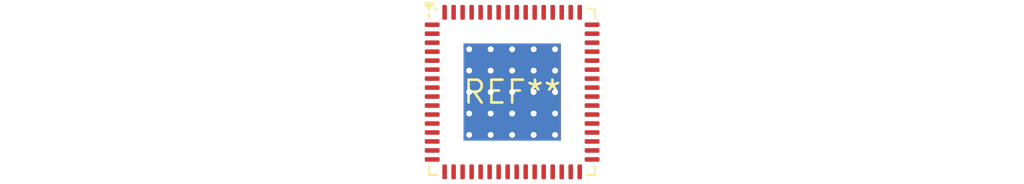
<source format=kicad_pcb>
(kicad_pcb (version 20240108) (generator pcbnew)
  (layers (0 "F.Cu" signal) (31 "B.Cu" signal) (34 "B.Paste" user) (35 "F.Paste" user) (36 "B.SilkS" user "B.Silkscreen") (37 "F.SilkS" user "F.Silkscreen") (38 "B.Mask" user) (39 "F.Mask" user) (44 "Edge.Cuts" user))
  (net 0 "")
  (footprint "VQFN-64-1EP_9x9mm_P0.5mm_EP5.4x5.4mm_ThermalVias" (layer "F.Cu") (at 0 0)
    (property "Reference" "REF**")
    (property "Value" "VQFN-64-1EP_9x9mm_P0.5mm_EP5.4x5.4mm_ThermalVias")
    (fp_line (start -4.61 -4.135) (end -4.61 -4.37) (layer "F.SilkS") (stroke (width 0.12)))
    (fp_line (start -4.61 4.61) (end -4.61 4.135) (layer "F.SilkS") (stroke (width 0.12)))
    (fp_line (start -4.135 -4.61) (end -4.31 -4.61) (layer "F.SilkS") (stroke (width 0.12)))
    (fp_line (start -4.135 4.61) (end -4.61 4.61) (layer "F.SilkS") (stroke (width 0.12)))
    (fp_line (start 4.135 -4.61) (end 4.61 -4.61) (layer "F.SilkS") (stroke (width 0.12)))
    (fp_line (start 4.135 4.61) (end 4.61 4.61) (layer "F.SilkS") (stroke (width 0.12)))
    (fp_line (start 4.61 -4.61) (end 4.61 -4.135) (layer "F.SilkS") (stroke (width 0.12)))
    (fp_line (start 4.61 4.61) (end 4.61 4.135) (layer "F.SilkS") (stroke (width 0.12)))
    (fp_poly (pts (xy -4.61 -4.61) (xy -4.85 -4.94) (xy -4.37 -4.94) (xy -4.61 -4.61)) (layer "F.SilkS") (stroke (width 0.12)) (fill solid))
    (pad "1" smd roundrect (at -4.4375 -3.75) (size 0.825 0.25) (layers "F.Cu" "F.Paste" "F.Mask"))
    (pad "2" smd roundrect (at -4.4375 -3.25) (size 0.825 0.25) (layers "F.Cu" "F.Paste" "F.Mask"))
    (pad "3" smd roundrect (at -4.4375 -2.75) (size 0.825 0.25) (layers "F.Cu" "F.Paste" "F.Mask"))
    (pad "4" smd roundrect (at -4.4375 -2.25) (size 0.825 0.25) (layers "F.Cu" "F.Paste" "F.Mask"))
    (pad "5" smd roundrect (at -4.4375 -1.75) (size 0.825 0.25) (layers "F.Cu" "F.Paste" "F.Mask"))
    (pad "6" smd roundrect (at -4.4375 -1.25) (size 0.825 0.25) (layers "F.Cu" "F.Paste" "F.Mask"))
    (pad "7" smd roundrect (at -4.4375 -0.75) (size 0.825 0.25) (layers "F.Cu" "F.Paste" "F.Mask"))
    (pad "8" smd roundrect (at -4.4375 -0.25) (size 0.825 0.25) (layers "F.Cu" "F.Paste" "F.Mask"))
    (pad "9" smd roundrect (at -4.4375 0.25) (size 0.825 0.25) (layers "F.Cu" "F.Paste" "F.Mask"))
    (pad "10" smd roundrect (at -4.4375 0.75) (size 0.825 0.25) (layers "F.Cu" "F.Paste" "F.Mask"))
    (pad "11" smd roundrect (at -4.4375 1.25) (size 0.825 0.25) (layers "F.Cu" "F.Paste" "F.Mask"))
    (pad "12" smd roundrect (at -4.4375 1.75) (size 0.825 0.25) (layers "F.Cu" "F.Paste" "F.Mask"))
    (pad "13" smd roundrect (at -4.4375 2.25) (size 0.825 0.25) (layers "F.Cu" "F.Paste" "F.Mask"))
    (pad "14" smd roundrect (at -4.4375 2.75) (size 0.825 0.25) (layers "F.Cu" "F.Paste" "F.Mask"))
    (pad "15" smd roundrect (at -4.4375 3.25) (size 0.825 0.25) (layers "F.Cu" "F.Paste" "F.Mask"))
    (pad "16" smd roundrect (at -4.4375 3.75) (size 0.825 0.25) (layers "F.Cu" "F.Paste" "F.Mask"))
    (pad "17" smd roundrect (at -3.75 4.4375) (size 0.25 0.825) (layers "F.Cu" "F.Paste" "F.Mask"))
    (pad "18" smd roundrect (at -3.25 4.4375) (size 0.25 0.825) (layers "F.Cu" "F.Paste" "F.Mask"))
    (pad "19" smd roundrect (at -2.75 4.4375) (size 0.25 0.825) (layers "F.Cu" "F.Paste" "F.Mask"))
    (pad "20" smd roundrect (at -2.25 4.4375) (size 0.25 0.825) (layers "F.Cu" "F.Paste" "F.Mask"))
    (pad "21" smd roundrect (at -1.75 4.4375) (size 0.25 0.825) (layers "F.Cu" "F.Paste" "F.Mask"))
    (pad "22" smd roundrect (at -1.25 4.4375) (size 0.25 0.825) (layers "F.Cu" "F.Paste" "F.Mask"))
    (pad "23" smd roundrect (at -0.75 4.4375) (size 0.25 0.825) (layers "F.Cu" "F.Paste" "F.Mask"))
    (pad "24" smd roundrect (at -0.25 4.4375) (size 0.25 0.825) (layers "F.Cu" "F.Paste" "F.Mask"))
    (pad "25" smd roundrect (at 0.25 4.4375) (size 0.25 0.825) (layers "F.Cu" "F.Paste" "F.Mask"))
    (pad "26" smd roundrect (at 0.75 4.4375) (size 0.25 0.825) (layers "F.Cu" "F.Paste" "F.Mask"))
    (pad "27" smd roundrect (at 1.25 4.4375) (size 0.25 0.825) (layers "F.Cu" "F.Paste" "F.Mask"))
    (pad "28" smd roundrect (at 1.75 4.4375) (size 0.25 0.825) (layers "F.Cu" "F.Paste" "F.Mask"))
    (pad "29" smd roundrect (at 2.25 4.4375) (size 0.25 0.825) (layers "F.Cu" "F.Paste" "F.Mask"))
    (pad "30" smd roundrect (at 2.75 4.4375) (size 0.25 0.825) (layers "F.Cu" "F.Paste" "F.Mask"))
    (pad "31" smd roundrect (at 3.25 4.4375) (size 0.25 0.825) (layers "F.Cu" "F.Paste" "F.Mask"))
    (pad "32" smd roundrect (at 3.75 4.4375) (size 0.25 0.825) (layers "F.Cu" "F.Paste" "F.Mask"))
    (pad "33" smd roundrect (at 4.4375 3.75) (size 0.825 0.25) (layers "F.Cu" "F.Paste" "F.Mask"))
    (pad "34" smd roundrect (at 4.4375 3.25) (size 0.825 0.25) (layers "F.Cu" "F.Paste" "F.Mask"))
    (pad "35" smd roundrect (at 4.4375 2.75) (size 0.825 0.25) (layers "F.Cu" "F.Paste" "F.Mask"))
    (pad "36" smd roundrect (at 4.4375 2.25) (size 0.825 0.25) (layers "F.Cu" "F.Paste" "F.Mask"))
    (pad "37" smd roundrect (at 4.4375 1.75) (size 0.825 0.25) (layers "F.Cu" "F.Paste" "F.Mask"))
    (pad "38" smd roundrect (at 4.4375 1.25) (size 0.825 0.25) (layers "F.Cu" "F.Paste" "F.Mask"))
    (pad "39" smd roundrect (at 4.4375 0.75) (size 0.825 0.25) (layers "F.Cu" "F.Paste" "F.Mask"))
    (pad "40" smd roundrect (at 4.4375 0.25) (size 0.825 0.25) (layers "F.Cu" "F.Paste" "F.Mask"))
    (pad "41" smd roundrect (at 4.4375 -0.25) (size 0.825 0.25) (layers "F.Cu" "F.Paste" "F.Mask"))
    (pad "42" smd roundrect (at 4.4375 -0.75) (size 0.825 0.25) (layers "F.Cu" "F.Paste" "F.Mask"))
    (pad "43" smd roundrect (at 4.4375 -1.25) (size 0.825 0.25) (layers "F.Cu" "F.Paste" "F.Mask"))
    (pad "44" smd roundrect (at 4.4375 -1.75) (size 0.825 0.25) (layers "F.Cu" "F.Paste" "F.Mask"))
    (pad "45" smd roundrect (at 4.4375 -2.25) (size 0.825 0.25) (layers "F.Cu" "F.Paste" "F.Mask"))
    (pad "46" smd roundrect (at 4.4375 -2.75) (size 0.825 0.25) (layers "F.Cu" "F.Paste" "F.Mask"))
    (pad "47" smd roundrect (at 4.4375 -3.25) (size 0.825 0.25) (layers "F.Cu" "F.Paste" "F.Mask"))
    (pad "48" smd roundrect (at 4.4375 -3.75) (size 0.825 0.25) (layers "F.Cu" "F.Paste" "F.Mask"))
    (pad "49" smd roundrect (at 3.75 -4.4375) (size 0.25 0.825) (layers "F.Cu" "F.Paste" "F.Mask"))
    (pad "50" smd roundrect (at 3.25 -4.4375) (size 0.25 0.825) (layers "F.Cu" "F.Paste" "F.Mask"))
    (pad "51" smd roundrect (at 2.75 -4.4375) (size 0.25 0.825) (layers "F.Cu" "F.Paste" "F.Mask"))
    (pad "52" smd roundrect (at 2.25 -4.4375) (size 0.25 0.825) (layers "F.Cu" "F.Paste" "F.Mask"))
    (pad "53" smd roundrect (at 1.75 -4.4375) (size 0.25 0.825) (layers "F.Cu" "F.Paste" "F.Mask"))
    (pad "54" smd roundrect (at 1.25 -4.4375) (size 0.25 0.825) (layers "F.Cu" "F.Paste" "F.Mask"))
    (pad "55" smd roundrect (at 0.75 -4.4375) (size 0.25 0.825) (layers "F.Cu" "F.Paste" "F.Mask"))
    (pad "56" smd roundrect (at 0.25 -4.4375) (size 0.25 0.825) (layers "F.Cu" "F.Paste" "F.Mask"))
    (pad "57" smd roundrect (at -0.25 -4.4375) (size 0.25 0.825) (layers "F.Cu" "F.Paste" "F.Mask"))
    (pad "58" smd roundrect (at -0.75 -4.4375) (size 0.25 0.825) (layers "F.Cu" "F.Paste" "F.Mask"))
    (pad "59" smd roundrect (at -1.25 -4.4375) (size 0.25 0.825) (layers "F.Cu" "F.Paste" "F.Mask"))
    (pad "60" smd roundrect (at -1.75 -4.4375) (size 0.25 0.825) (layers "F.Cu" "F.Paste" "F.Mask"))
    (pad "61" smd roundrect (at -2.25 -4.4375) (size 0.25 0.825) (layers "F.Cu" "F.Paste" "F.Mask"))
    (pad "62" smd roundrect (at -2.75 -4.4375) (size 0.25 0.825) (layers "F.Cu" "F.Paste" "F.Mask"))
    (pad "63" smd roundrect (at -3.25 -4.4375) (size 0.25 0.825) (layers "F.Cu" "F.Paste" "F.Mask"))
    (pad "64" smd roundrect (at -3.75 -4.4375) (size 0.25 0.825) (layers "F.Cu" "F.Paste" "F.Mask"))
    (pad "65" thru_hole circle (at -2.385 -2.385) (size 0.63 0.63) (drill 0.33) (layers *.Cu) (remove_unused_layers))
    (pad "65" thru_hole circle (at -2.385 -1.1925) (size 0.63 0.63) (drill 0.33) (layers *.Cu) (remove_unused_layers))
    (pad "65" thru_hole circle (at -2.385 0) (size 0.63 0.63) (drill 0.33) (layers *.Cu) (remove_unused_layers))
    (pad "65" thru_hole circle (at -2.385 1.1925) (size 0.63 0.63) (drill 0.33) (layers *.Cu) (remove_unused_layers))
    (pad "65" thru_hole circle (at -2.385 2.385) (size 0.63 0.63) (drill 0.33) (layers *.Cu) (remove_unused_layers))
    (pad "65" thru_hole circle (at -1.1925 -2.385) (size 0.63 0.63) (drill 0.33) (layers *.Cu) (remove_unused_layers))
    (pad "65" thru_hole circle (at -1.1925 -1.1925) (size 0.63 0.63) (drill 0.33) (layers *.Cu) (remove_unused_layers))
    (pad "65" thru_hole circle (at -1.1925 0) (size 0.63 0.63) (drill 0.33) (layers *.Cu) (remove_unused_layers))
    (pad "65" thru_hole circle (at -1.1925 1.1925) (size 0.63 0.63) (drill 0.33) (layers *.Cu) (remove_unused_layers))
    (pad "65" thru_hole circle (at -1.1925 2.385) (size 0.63 0.63) (drill 0.33) (layers *.Cu) (remove_unused_layers))
    (pad "65" thru_hole circle (at 0 -2.385) (size 0.63 0.63) (drill 0.33) (layers *.Cu) (remove_unused_layers))
    (pad "65" thru_hole circle (at 0 -1.1925) (size 0.63 0.63) (drill 0.33) (layers *.Cu) (remove_unused_layers))
    (pad "65" thru_hole circle (at 0 0) (size 0.63 0.63) (drill 0.33) (layers *.Cu) (remove_unused_layers))
    (pad "65" smd rect (at 0 0) (size 5.4 5.4) (layers "F.Cu" "F.Mask"))
    (pad "65" smd rect (at 0 0) (size 5.4 5.4) (layers "B.Cu"))
    (pad "65" thru_hole circle (at 0 1.1925) (size 0.63 0.63) (drill 0.33) (layers *.Cu) (remove_unused_layers))
    (pad "65" thru_hole circle (at 0 2.385) (size 0.63 0.63) (drill 0.33) (layers *.Cu) (remove_unused_layers))
    (pad "65" thru_hole circle (at 1.1925 -2.385) (size 0.63 0.63) (drill 0.33) (layers *.Cu) (remove_unused_layers))
    (pad "65" thru_hole circle (at 1.1925 -1.1925) (size 0.63 0.63) (drill 0.33) (layers *.Cu) (remove_unused_layers))
    (pad "65" thru_hole circle (at 1.1925 0) (size 0.63 0.63) (drill 0.33) (layers *.Cu) (remove_unused_layers))
    (pad "65" thru_hole circle (at 1.1925 1.1925) (size 0.63 0.63) (drill 0.33) (layers *.Cu) (remove_unused_layers))
    (pad "65" thru_hole circle (at 1.1925 2.385) (size 0.63 0.63) (drill 0.33) (layers *.Cu) (remove_unused_layers))
    (pad "65" thru_hole circle (at 2.385 -2.385) (size 0.63 0.63) (drill 0.33) (layers *.Cu) (remove_unused_layers))
    (pad "65" thru_hole circle (at 2.385 -1.1925) (size 0.63 0.63) (drill 0.33) (layers *.Cu) (remove_unused_layers))
    (pad "65" thru_hole circle (at 2.385 0) (size 0.63 0.63) (drill 0.33) (layers *.Cu) (remove_unused_layers))
    (pad "65" thru_hole circle (at 2.385 1.1925) (size 0.63 0.63) (drill 0.33) (layers *.Cu) (remove_unused_layers))
    (pad "65" thru_hole circle (at 2.385 2.385) (size 0.63 0.63) (drill 0.33) (layers *.Cu) (remove_unused_layers))
  )
)
</source>
